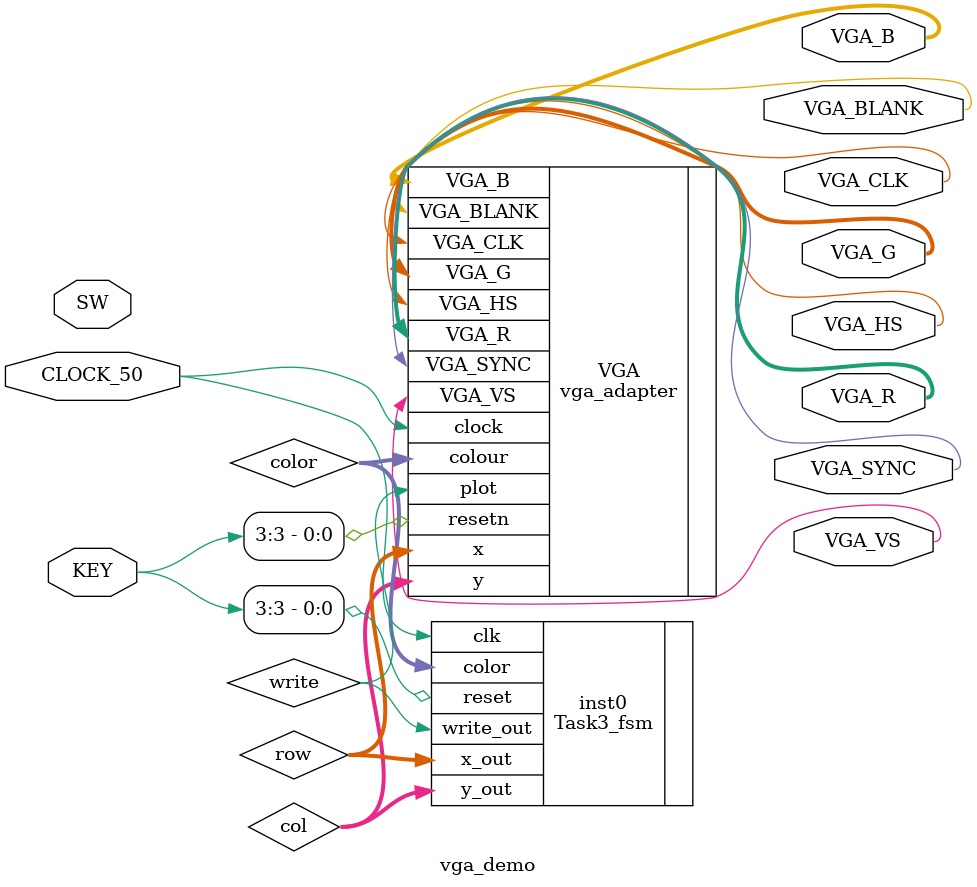
<source format=v>
 module vga_demo(CLOCK_50, SW, KEY,
				VGA_R, VGA_G, VGA_B,
				VGA_HS, VGA_VS, VGA_BLANK, VGA_SYNC, VGA_CLK);
	
	input CLOCK_50;
	input [17:0] SW;
	input [3:0] KEY;
	output [9:0] VGA_R;
	output [9:0] VGA_G;
	output [9:0] VGA_B;
	output VGA_HS;
	output VGA_VS;
	output VGA_BLANK;
	output VGA_SYNC;
	output VGA_CLK;				

	
	
		wire write;
		wire [2:0] color;
		wire [8:0] col;
		wire [8:0] row;
		

 Task3_fsm inst0(
				.clk(CLOCK_50), //key, 		//KEY[0] used to go to draw_line state 
            . reset(KEY[3]),
           // input  logic  [8:0]	x1,
				//input	 logic  [8:0]	y1,
				//input  logic  [2:0] input_color,				//take user input for color
				//input  logic  [8:0]	x2,
				//input	 logic  [8:0]	y2,
				.x_out(row),
				.y_out(col),
				.write_out(write),					//to give a signal to VGA to enable write pixel
				.color(color)
				);
//
						
						
						
	vga_adapter VGA(
			.resetn(KEY[3]),
			.clock(CLOCK_50),
			//.colour(SW[17:15]),
			.colour(color),
			//.x(SW[14:7]),
			.x(row),
			//.y(SW[6:0]),
			.y(col),
			//.plot(~(KEY[1])),
			.plot(write),		//when plot is high then in the next clk cycle the pixel will change color based on the color input
			/* Signals for the DAC to drive the monitor. */
			.VGA_R(VGA_R),
			.VGA_G(VGA_G),
			.VGA_B(VGA_B),
			.VGA_HS(VGA_HS),
			.VGA_VS(VGA_VS),
			.VGA_BLANK(VGA_BLANK),
			.VGA_SYNC(VGA_SYNC),
			.VGA_CLK(VGA_CLK));
		defparam VGA.RESOLUTION = "160x120";
		defparam VGA.MONOCHROME = "FALSE";
		defparam VGA.BITS_PER_COLOUR_CHANNEL = 1;
		defparam VGA.BACKGROUND_IMAGE = "image.colour.mif";
		
		
		
		
endmodule
</source>
